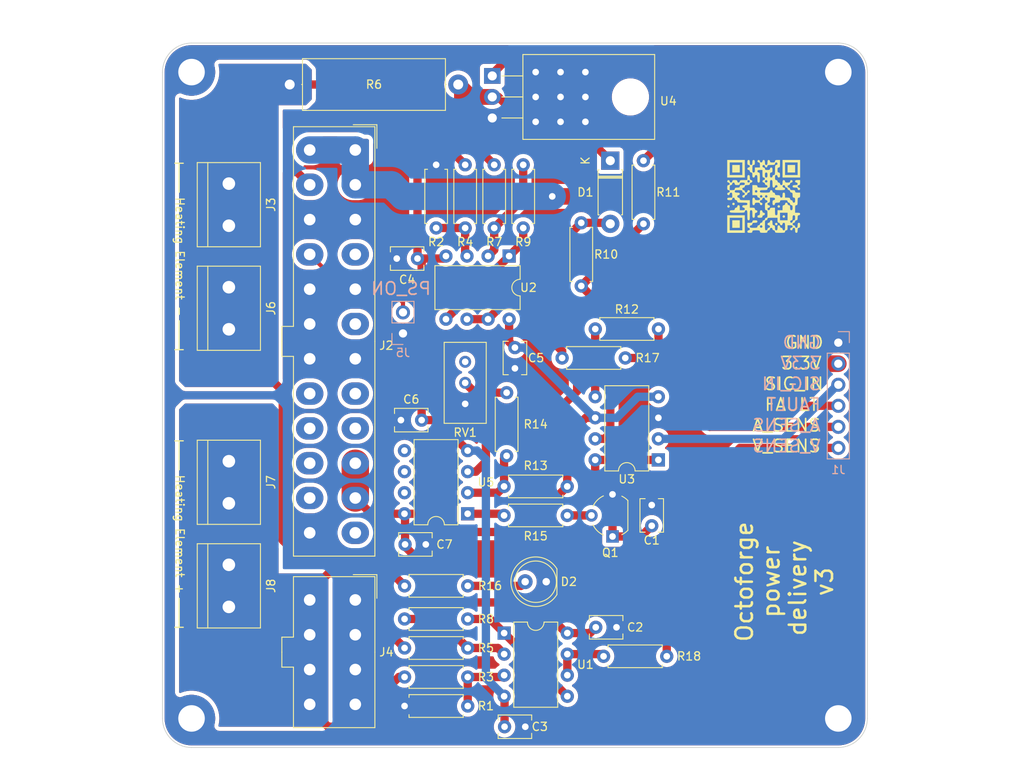
<source format=kicad_pcb>
(kicad_pcb (version 20240108) (generator "pcbnew") (generator_version "8.0")
  (layers (0 "F.Cu" signal) (31 "B.Cu" signal) (34 "B.Paste" user) (35 "F.Paste" user) (36 "B.SilkS" user "B.Silkscreen") (37 "F.SilkS" user "F.Silkscreen") (38 "B.Mask" user) (39 "F.Mask" user) (44 "Edge.Cuts" user))
  (net 0 "")
  (net 1 "Net-(Q1-B)")
  (net 2 "GND")
  (net 3 "Net-(D1-K)")
  (net 4 "Net-(D1-A)")
  (net 5 "current_sense_out")
  (net 6 "voltage_sense_out")
  (net 7 "mc_trigger")
  (net 8 "fault_signal")
  (net 9 "+3.3V")
  (net 14 "+12V")
  (net 15 "-12V")
  (net 20 "load")
  (net 21 "Net-(Q1-C)")
  (net 22 "Net-(U5A--)")
  (net 24 "Net-(D2-A)")
  (net 25 "Net-(U1A-+)")
  (net 26 "Net-(U2A-+)")
  (net 27 "Net-(U1A--)")
  (net 28 "Net-(U2A--)")
  (net 29 "Net-(U1B-+)")
  (net 30 "Net-(U2B-+)")
  (net 31 "Net-(U3-OUTA)")
  (net 32 "Net-(U4-GATE)")
  (net 33 "Net-(U3-OUTB)")
  (net 34 "Net-(R14-Pad2)")
  (net 35 "Net-(R15-Pad1)")
  (net 39 "Net-(J2-Pin_16)")
  (net 40 "Net-(U2B--)")
  (net 41 "Net-(U1B--)")
  (footprint "Connector_Molex:Molex_Mini-Fit_Jr_5566-08A_2x04_P4.20mm_Vertical" (layer "F.Cu") (at 135.25 123.2 -90)
    (property "Reference" "J4" (at 6.3 -3.75 360) (layer "F.SilkS"))
    (property "Value" "8 Pin EPS")
    (pad "1" thru_hole roundrect (at 0 0 270) (size 2.7 3.3) (drill 1.4) (layers "*.Cu" "*.Mask") (roundrect_rratio 0.092593) (net 2 "GND"))
    (pad "2" thru_hole oval (at 4.2 0 270) (size 2.7 3.3) (drill 1.4) (layers "*.Cu" "*.Mask") (net 2 "GND"))
    (pad "3" thru_hole oval (at 8.4 0 270) (size 2.7 3.3) (drill 1.4) (layers "*.Cu" "*.Mask") (net 2 "GND"))
    (pad "4" thru_hole oval (at 12.6 0 270) (size 2.7 3.3) (drill 1.4) (layers "*.Cu" "*.Mask") (net 2 "GND"))
    (pad "5" thru_hole oval (at 0 5.5 270) (size 2.7 3.3) (drill 1.4) (layers "*.Cu" "*.Mask") (net 14 "+12V"))
    (pad "6" thru_hole oval (at 4.2 5.5 270) (size 2.7 3.3) (drill 1.4) (layers "*.Cu" "*.Mask") (net 14 "+12V"))
    (pad "7" thru_hole oval (at 8.4 5.5 270) (size 2.7 3.3) (drill 1.4) (layers "*.Cu" "*.Mask") (net 14 "+12V"))
    (pad "8" thru_hole oval (at 12.6 5.5 270) (size 2.7 3.3) (drill 1.4) (layers "*.Cu" "*.Mask") (net 14 "+12V"))
  )
  (footprint "Resistor_THT:R_Axial_DIN0207_L6.3mm_D2.5mm_P7.62mm_Horizontal" (layer "F.Cu") (at 162.5 77.69 -90)
    (property "Reference" "R10" (at 3.81 -3 0) (layer "F.SilkS"))
    (property "Value" "100K")
    (pad "1" thru_hole circle (at 0 0 270) (size 1.6 1.6) (drill 0.8) (layers "*.Cu" "*.Mask") (net 4 "Net-(D1-A)"))
    (pad "2" thru_hole oval (at 7.62 0 270) (size 1.6 1.6) (drill 0.8) (layers "*.Cu" "*.Mask") (net 31 "Net-(U3-OUTA)"))
  )
  (footprint "TerminalBlock:TerminalBlock_bornier-2_P5.08mm" (layer "F.Cu") (at 120 72.96 -90)
    (property "Reference" "J3" (at 2.54 -5.08 90) (layer "F.SilkS"))
    (property "Value" "Screw_Terminal_01x02")
    (pad "1" thru_hole rect (at 0 0 270) (size 3 3) (drill 1.52) (layers "*.Cu" "*.Mask") (net 20 "load"))
    (pad "2" thru_hole circle (at 5.08 0 270) (size 3 3) (drill 1.52) (layers "*.Cu" "*.Mask") (net 20 "load"))
  )
  (footprint "Capacitor_THT:C_Disc_D3.8mm_W2.6mm_P2.50mm" (layer "F.Cu") (at 154.5 92.75 -90)
    (property "Reference" "C5" (at 1.25 -2.55 180) (layer "F.SilkS"))
    (property "Value" "200n")
    (pad "1" thru_hole circle (at 0 0 270) (size 1.6 1.6) (drill 0.8) (layers "*.Cu" "*.Mask") (net 14 "+12V"))
    (pad "2" thru_hole circle (at 2.5 0 270) (size 1.6 1.6) (drill 0.8) (layers "*.Cu" "*.Mask") (net 2 "GND"))
  )
  (footprint "TerminalBlock:TerminalBlock_bornier-2_P5.08mm" (layer "F.Cu") (at 120 106.46 -90)
    (property "Reference" "J7" (at 2.54 -5.08 90) (layer "F.SilkS"))
    (property "Value" "Screw_Terminal_01x02")
    (pad "1" thru_hole rect (at 0 0 270) (size 3 3) (drill 1.52) (layers "*.Cu" "*.Mask") (net 14 "+12V"))
    (pad "2" thru_hole circle (at 5.08 0 270) (size 3 3) (drill 1.52) (layers "*.Cu" "*.Mask") (net 14 "+12V"))
  )
  (footprint "LOGO" (layer "F.Cu") (at 184.5 74.5)
    (property "Reference" "G***" (hide yes))
    (property "Value" "LOGO" (hide yes))
  )
  (footprint "Package_DIP:DIP-8_W7.62mm" (layer "F.Cu") (at 153.2 127.2)
    (property "Reference" "U1" (at 9.8 3.8 0) (layer "F.SilkS"))
    (property "Value" "LM258AP")
    (pad "1" thru_hole rect (at 0 0) (size 1.6 1.6) (drill 0.8) (layers "*.Cu" "*.Mask") (net 29 "Net-(U1B-+)"))
    (pad "2" thru_hole oval (at 0 2.54) (size 1.6 1.6) (drill 0.8) (layers "*.Cu" "*.Mask") (net 27 "Net-(U1A--)"))
    (pad "3" thru_hole oval (at 0 5.08) (size 1.6 1.6) (drill 0.8) (layers "*.Cu" "*.Mask") (net 25 "Net-(U1A-+)"))
    (pad "4" thru_hole oval (at 0 7.62) (size 1.6 1.6) (drill 0.8) (layers "*.Cu" "*.Mask") (net 15 "-12V"))
    (pad "5" thru_hole oval (at 7.62 7.62) (size 1.6 1.6) (drill 0.8) (layers "*.Cu" "*.Mask") (net 29 "Net-(U1B-+)"))
    (pad "6" thru_hole oval (at 7.62 5.08) (size 1.6 1.6) (drill 0.8) (layers "*.Cu" "*.Mask") (net 41 "Net-(U1B--)"))
    (pad "7" thru_hole oval (at 7.62 2.54) (size 1.6 1.6) (drill 0.8) (layers "*.Cu" "*.Mask") (net 41 "Net-(U1B--)"))
    (pad "8" thru_hole oval (at 7.62 0) (size 1.6 1.6) (drill 0.8) (layers "*.Cu" "*.Mask") (net 14 "+12V"))
  )
  (footprint "Diode_THT:D_DO-41_SOD81_P7.62mm_Horizontal" (layer "F.Cu") (at 166 70.19 -90)
    (property "Reference" "D1" (at 3.81 3 0) (layer "F.SilkS"))
    (property "Value" "1N4001")
    (fp_text user "K" (at 0 3 -90) (layer "F.SilkS"))
    (pad "1" thru_hole rect (at 0 0 270) (size 2.2 2.2) (drill 1.1) (layers "*.Cu" "*.Mask") (net 3 "Net-(D1-K)"))
    (pad "2" thru_hole oval (at 7.62 0 270) (size 2.2 2.2) (drill 1.1) (layers "*.Cu" "*.Mask") (net 4 "Net-(D1-A)"))
  )
  (footprint "Resistor_THT:R_Axial_DIN0617_L17.0mm_D6.0mm_P20.32mm_Horizontal" (layer "F.Cu") (at 127.34 61)
    (property "Reference" "R6" (at 10.16 0 0) (layer "F.SilkS"))
    (property "Value" "0.0025")
    (pad "1" thru_hole circle (at 0 0) (size 2.4 2.4) (drill 1.2) (layers "*.Cu" "*.Mask") (net 20 "load"))
    (pad "2" thru_hole oval (at 20.32 0) (size 2.4 2.4) (drill 1.2) (layers "*.Cu" "*.Mask") (net 3 "Net-(D1-K)"))
  )
  (footprint "Resistor_THT:R_Axial_DIN0207_L6.3mm_D2.5mm_P7.62mm_Horizontal" (layer "F.Cu") (at 160.19 94)
    (property "Reference" "R17" (at 10.31 0 0) (layer "F.SilkS"))
    (property "Value" "1K")
    (pad "1" thru_hole circle (at 0 0) (size 1.6 1.6) (drill 0.8) (layers "*.Cu" "*.Mask") (net 40 "Net-(U2B--)"))
    (pad "2" thru_hole oval (at 7.62 0) (size 1.6 1.6) (drill 0.8) (layers "*.Cu" "*.Mask") (net 5 "current_sense_out"))
  )
  (footprint "Capacitor_THT:C_Disc_D3.8mm_W2.6mm_P2.50mm" (layer "F.Cu") (at 164.25 126.5)
    (property "Reference" "C2" (at 4.75 0 0) (layer "F.SilkS"))
    (property "Value" "200n")
    (pad "1" thru_hole circle (at 0 0) (size 1.6 1.6) (drill 0.8) (layers "*.Cu" "*.Mask") (net 14 "+12V"))
    (pad "2" thru_hole circle (at 2.5 0) (size 1.6 1.6) (drill 0.8) (layers "*.Cu" "*.Mask") (net 2 "GND"))
  )
  (footprint "Capacitor_THT:C_Disc_D3.8mm_W2.6mm_P2.50mm" (layer "F.Cu") (at 141.25 116.5)
    (property "Reference" "C7" (at 4.75 0 0) (layer "F.SilkS"))
    (property "Value" "200n")
    (pad "1" thru_hole circle (at 0 0) (size 1.6 1.6) (drill 0.8) (layers "*.Cu" "*.Mask") (net 14 "+12V"))
    (pad "2" thru_hole circle (at 2.5 0) (size 1.6 1.6) (drill 0.8) (layers "*.Cu" "*.Mask") (net 2 "GND"))
  )
  (footprint "Resistor_THT:R_Axial_DIN0207_L6.3mm_D2.5mm_P7.62mm_Horizontal" (layer "F.Cu") (at 148.5 70.69 -90)
    (property "Reference" "R4" (at 9.31 0 180) (layer "F.SilkS"))
    (property "Value" "1K")
    (pad "1" thru_hole circle (at 0 0 270) (size 1.6 1.6) (drill 0.8) (layers "*.Cu" "*.Mask") (net 20 "load"))
    (pad "2" thru_hole oval (at 7.62 0 270) (size 1.6 1.6) (drill 0.8) (layers "*.Cu" "*.Mask") (net 26 "Net-(U2A-+)"))
  )
  (footprint "Package_DIP:DIP-8_W7.62mm" (layer "F.Cu") (at 171.8 106.3 180)
    (property "Reference" "U3" (at 3.81 -2.33 0) (layer "F.SilkS"))
    (property "Value" "UCC27524P")
    (pad "1" thru_hole rect (at 0 0 180) (size 1.6 1.6) (drill 0.8) (layers "*.Cu" "*.Mask") (net 21 "Net-(Q1-C)"))
    (pad "2" thru_hole oval (at 0 2.54 180) (size 1.6 1.6) (drill 0.8) (layers "*.Cu" "*.Mask") (net 7 "mc_trigger"))
    (pad "3" thru_hole oval (at 0 5.08 180) (size 1.6 1.6) (drill 0.8) (layers "*.Cu" "*.Mask") (net 2 "GND"))
    (pad "4" thru_hole oval (at 0 7.62 180) (size 1.6 1.6) (drill 0.8) (layers "*.Cu" "*.Mask") (net 14 "+12V"))
    (pad "5" thru_hole oval (at 7.62 7.62 180) (size 1.6 1.6) (drill 0.8) (layers "*.Cu" "*.Mask") (net 33 "Net-(U3-OUTB)"))
    (pad "6" thru_hole oval (at 7.62 5.08 180) (size 1.6 1.6) (drill 0.8) (layers "*.Cu" "*.Mask") (net 14 "+12V"))
    (pad "7" thru_hole oval (at 7.62 2.54 180) (size 1.6 1.6) (drill 0.8) (layers "*.Cu" "*.Mask") (net 31 "Net-(U3-OUTA)"))
    (pad "8" thru_hole oval (at 7.62 0 180) (size 1.6 1.6) (drill 0.8) (layers "*.Cu" "*.Mask") (net 21 "Net-(Q1-C)"))
  )
  (footprint "Capacitor_THT:C_Disc_D3.8mm_W2.6mm_P2.50mm" (layer "F.Cu") (at 142.75 82 180)
    (property "Reference" "C4" (at 1.25 -2.55 0) (layer "F.SilkS"))
    (property "Value" "200n")
    (pad "1" thru_hole circle (at 0 0 180) (size 1.6 1.6) (drill 0.8) (layers "*.Cu" "*.Mask") (net 15 "-12V"))
    (pad "2" thru_hole circle (at 2.5 0 180) (size 1.6 1.6) (drill 0.8) (layers "*.Cu" "*.Mask") (net 2 "GND"))
  )
  (footprint "Potentiometer_THT:Potentiometer_Bourns_3296W_Vertical" (layer "F.Cu") (at 148.5 94.46 90)
    (property "Reference" "RV1" (at -8.54 0 180) (layer "F.SilkS"))
    (property "Value" "10K")
    (pad "1" thru_hole circle (at 0 0 90) (size 1.44 1.44) (drill 0.8) (layers "*.Cu" "*.Mask"))
    (pad "2" thru_hole circle (at -2.54 0 90) (size 1.44 1.44) (drill 0.8) (layers "*.Cu" "*.Mask") (net 34 "Net-(R14-Pad2)"))
    (pad "3" thru_hole circle (at -5.08 0 90) (size 1.44 1.44) (drill 0.8) (layers "*.Cu" "*.Mask") (net 2 "GND"))
  )
  (footprint "Package_TO_SOT_THT:TO-92_Wide" (layer "F.Cu") (at 166.27 115.54 90)
    (property "Reference" "Q1" (at -1.96 -0.27 180) (layer "F.SilkS"))
    (property "Value" "PN2222ATA")
    (pad "1" thru_hole rect (at 0 0 90) (size 1.5 1.5) (drill 0.8) (layers "*.Cu" "*.Mask") (net 21 "Net-(Q1-C)"))
    (pad "2" thru_hole circle (at 2.54 -2.54 90) (size 1.5 1.5) (drill 0.8) (layers "*.Cu" "*.Mask") (net 1 "Net-(Q1-B)"))
    (pad "3" thru_hole circle (at 5.08 0 90) (size 1.5 1.5) (drill 0.8) (layers "*.Cu" "*.Mask") (net 2 "GND"))
  )
  (footprint "Capacitor_THT:C_Disc_D3.8mm_W2.6mm_P2.50mm" (layer "F.Cu") (at 171 114.25 90)
    (property "Reference" "C1" (at -1.75 0 180) (layer "F.SilkS"))
    (property "Value" "20n")
    (pad "1" thru_hole circle (at 0 0 90) (size 1.6 1.6) (drill 0.8) (layers "*.Cu" "*.Mask") (net 21 "Net-(Q1-C)"))
    (pad "2" thru_hole circle (at 2.5 0 90) (size 1.6 1.6) (drill 0.8) (layers "*.Cu" "*.Mask") (net 2 "GND"))
  )
  (footprint "Capacitor_THT:C_Disc_D3.8mm_W2.6mm_P2.50mm" (layer "F.Cu") (at 153.25 138.5)
    (property "Reference" "C3" (at 4.25 0 0) (layer "F.SilkS"))
    (property "Value" "200n")
    (pad "1" thru_hole circle (at 0 0) (size 1.6 1.6) (drill 0.8) (layers "*.Cu" "*.Mask") (net 15 "-12V"))
    (pad "2" thru_hole circle (at 2.5 0) (size 1.6 1.6) (drill 0.8) (layers "*.Cu" "*.Mask") (net 2 "GND"))
  )
  (footprint "Resistor_THT:R_Axial_DIN0207_L6.3mm_D2.5mm_P7.62mm_Horizontal" (layer "F.Cu") (at 141.19 125.5)
    (property "Reference" "R8" (at 9.81 0 0) (layer "F.SilkS"))
    (property "Value" "1K")
    (pad "1" thru_hole circle (at 0 0) (size 1.6 1.6) (drill 0.8) (layers "*.Cu" "*.Mask") (net 27 "Net-(U1A--)"))
    (pad "2" thru_hole oval (at 7.62 0) (size 1.6 1.6) (drill 0.8) (layers "*.Cu" "*.Mask") (net 29 "Net-(U1B-+)"))
  )
  (footprint "Package_DIP:DIP-8_W7.62mm" (layer "F.Cu") (at 148.8 112.8 180)
    (property "Reference" "U5" (at -2.2 3.8 0) (layer "F.SilkS"))
    (property "Value" "LM258AP")
    (pad "1" thru_hole rect (at 0 0 180) (size 1.6 1.6) (drill 0.8) (layers "*.Cu" "*.Mask") (net 35 "Net-(R15-Pad1)"))
    (pad "2" thru_hole oval (at 0 2.54 180) (size 1.6 1.6) (drill 0.8) (layers "*.Cu" "*.Mask") (net 22 "Net-(U5A--)"))
    (pad "3" thru_hole oval (at 0 5.08 180) (size 1.6 1.6) (drill 0.8) (layers "*.Cu" "*.Mask") (net 4 "Net-(D1-A)"))
    (pad "4" thru_hole oval (at 0 7.62 180) (size 1.6 1.6) (drill 0.8) (layers "*.Cu" "*.Mask") (net 15 "-12V"))
    (pad "5" thru_hole oval (at 7.62 7.62 180) (size 1.6 1.6) (drill 0.8) (layers "*.Cu" "*.Mask"))
    (pad "6" thru_hole oval (at 7.62 5.08 180) (size 1.6 1.6) (drill 0.8) (layers "*.Cu" "*.Mask"))
    (pad "7" thru_hole oval (at 7.62 2.54 180) (size 1.6 1.6) (drill 0.8) (layers "*.Cu" "*.Mask"))
    (pad "8" thru_hole oval (at 7.62 0 180) (size 1.6 1.6) (drill 0.8) (layers "*.Cu" "*.Mask") (net 14 "+12V"))
  )
  (footprint "TerminalBlock:TerminalBlock_bornier-2_P5.08mm" (layer "F.Cu") (at 120 118.96 -90)
    (property "Reference" "J8" (at 2.54 -5.08 90) (layer "F.SilkS"))
    (property "Value" "Screw_Terminal_01x02")
    (pad "1" thru_hole rect (at 0 0 270) (size 3 3) (drill 1.52) (layers "*.Cu" "*.Mask") (net 14 "+12V"))
    (pad "2" thru_hole circle (at 5.08 0 270) (size 3 3) (drill 1.52) (layers "*.Cu" "*.Mask") (net 14 "+12V"))
  )
  (footprint "Resistor_THT:R_Axial_DIN0207_L6.3mm_D2.5mm_P7.62mm_Horizontal" (layer "F.Cu") (at 153.5 105.81 90)
    (property "Reference" "R14" (at 3.81 3.5 180) (layer "F.SilkS"))
    (property "Value" "100K")
    (pad "1" thru_hole circle (at 0 0 90) (size 1.6 1.6) (drill 0.8) (layers "*.Cu" "*.Mask") (net 22 "Net-(U5A--)"))
    (pad "2" thru_hole oval (at 7.62 0 90) (size 1.6 1.6) (drill 0.8) (layers "*.Cu" "*.Mask") (net 34 "Net-(R14-Pad2)"))
  )
  (footprint "MountingHole:MountingHole_3.2mm_M3_ISO7380_Pad" (layer "F.Cu") (at 115.5 59.5)
    (property "Reference" "H1" (hide yes))
    (property "Value" "MountingHole_Pad")
    (pad "1" thru_hole circle (at 0 0) (size 5.7 5.7) (drill 3.2) (layers "*.Cu" "*.Mask") (net 2 "GND"))
  )
  (footprint "Connector_Molex:Molex_Mini-Fit_Jr_5566-24A_2x12_P4.20mm_Vertical" (layer "F.Cu") (at 135.25 68.9 -90)
    (property "Reference" "J2" (at 23.6 -3.75 0) (layer "F.SilkS"))
    (property "Value" "24 Pin ATX")
    (pad "1" thru_hole roundrect (at 0 0 270) (size 2.7 3.3) (drill 1.4) (layers "*.Cu" "*.Mask") (roundrect_rratio 0.09259296296) (net 9 "+3.3V"))
    (pad "2" thru_hole oval (at 4.2 0 270) (size 2.7 3.3) (drill 1.4) (layers "*.Cu" "*.Mask") (net 9 "+3.3V"))
    (pad "3" thru_hole oval (at 8.4 0 270) (size 2.7 3.3) (drill 1.4) (layers "*.Cu" "*.Mask") (net 2 "GND"))
    (pad "4" thru_hole oval (at 12.6 0 270) (size 2.7 3.3) (drill 1.4) (layers "*.Cu" "*.Mask"))
    (pad "5" thru_hole oval (at 16.8 0 270) (size 2.7 3.3) (drill 1.4) (layers "*.Cu" "*.Mask") (net 2 "GND"))
    (pad "6" thru_hole oval (at 21 0 270) (size 2.7 3.3) (drill 1.4) (layers "*.Cu" "*.Mask"))
    (pad "7" thru_hole oval (at 25.2 0 270) (size 2.7 3.3) (drill 1.4) (layers "*.Cu" "*.Mask") (net 2 "GND"))
    (pad "8" thru_hole oval (at 29.4 0 270) (size 2.7 3.3) (drill 1.4) (layers "*.Cu" "*.Mask"))
    (pad "9" thru_hole oval (at 33.6 0 270) (size 2.7 3.3) (drill 1.4) (layers "*.Cu" "*.Mask"))
    (pad "10" thru_hole oval (at 37.8 0 270) (size 2.7 3.3) (drill 1.4) (layers "*.Cu" "*.Mask") (net 14 "+12V"))
    (pad "11" thru_hole oval (at 42 0 270) (size 2.7 3.3) (drill 1.4) (layers "*.Cu" "*.Mask") (net 14 "+12V"))
    (pad "12" thru_hole oval (at 46.2 0 270) (size 2.7 3.3) (drill 1.4) (layers "*.Cu" "*.Mask"))
    (pad "13" thru_hole oval (at 0 5.5 270) (size 2.7 3.3) (drill 1.4) (layers "*.Cu" "*.Mask") (net 9 "+3.3V"))
    (pad "14" thru_hole oval (at 4.2 5.5 270) (size 2.7 3.3) (drill 1.4) (layers "*.Cu" "*.Mask") (net 15 "-12V"))
    (pad "15" thru_hole oval (at 8.4 5.5 270) (size 2.7 3.3) (drill 1.4) (layers "*.Cu" "*.Mask") (net 2 "GND"))
    (pad "16" thru_hole oval (at 12.6 5.5 270) (size 2.7 3.3) (drill 1.4) (layers "*.Cu" "*.Mask") (net 39 "Net-(J2-Pin_16)"))
    (pad "17" thru_hole oval (at 16.8 5.5 270) (size 2.7 3.3) (drill 1.4) (layers "*.Cu" "*.Mask") (net 2 "GND"))
    (pad "18" thru_hole oval (at 21 5.5 270) (size 2.7 3.3) (drill 1.4) (layers "*.Cu" "*.Mask") (net 2 "GND"))
    (pad "19" thru_hole oval (at 25.2 5.5 270) (size 2.7 3.3) (drill 1.4) (layers "*.Cu" "*.Mask") (net 2 "GND"))
    (pad "20" thru_hole oval (at 29.4 5.5 270) (size 2.7 3.3) (drill 1.4) (layers "*.Cu" "*.Mask"))
    (pad "21" thru_hole oval (at 33.6 5.5 270) (size 2.7 3.3) (drill 1.4) (layers "*.Cu" "*.Mask"))
    (pad "22" thru_hole oval (at 37.8 5.5 270) (size 2.7 3.3) (drill 1.4) (layers "*.Cu" "*.Mask"))
    (pad "23" thru_hole oval (at 42 5.5 270) (size 2.7 3.3) (drill 1.4) (layers "*.Cu" "*.Mask"))
    (pad "24" thru_hole oval (at 46.2 5.5 270) (size 2.7 3.3) (drill 1.4) (layers "*.Cu" "*.Mask") (net 2 "GND"))
  )
  (footprint "MountingHole:MountingHole_3.2mm_M3_ISO7380_Pad" (layer "F.Cu") (at 193.5 137.5)
    (property "Reference" "H3" (hide yes))
    (property "Value" "MountingHole_Pad")
    (pad "1" thru_hole circle (at 0 0) (size 5.7 5.7) (drill 3.2) (layers "*.Cu" "*.Mask") (net 2 "GND"))
  )
  (footprint "Resistor_THT:R_Axial_DIN0207_L6.3mm_D2.5mm_P7.62mm_Horizontal" (layer "F.Cu") (at 155.5 70.69 -90)
    (property "Reference" "R9" (at 9.31 0 180) (layer "F.SilkS"))
    (property "Value" "4K")
    (pad "1" thru_hole circle (at 0 0 270) (size 1.6 1.6) (drill 0.8) (layers "*.Cu" "*.Mask") (net 28 "Net-(U2A--)"))
    (pad "2" thru_hole oval (at 7.62 0 270) (size 1.6 1.6) (drill 0.8) (layers "*.Cu" "*.Mask") (net 30 "Net-(U2B-+)"))
  )
  (footprint "Resistor_THT:R_Axial_DIN0207_L6.3mm_D2.5mm_P7.62mm_Horizontal" (layer "F.Cu") (at 141.19 132.5)
    (property "Reference" "R3" (at 9.81 0 0) (layer "F.SilkS"))
    (property "Value" "10K")
    (pad "1" thru_hole circle (at 0 0) (size 1.6 1.6) (drill 0.8) (layers "*.Cu" "*.Mask") (net 14 "+12V"))
    (pad "2" thru_hole oval (at 7.62 0) (size 1.6 1.6) (drill 0.8) (layers "*.Cu" "*.Mask") (net 25 "Net-(U1A-+)"))
  )
  (footprint "Package_TO_SOT_THT:TO-220-3_Horizontal_TabDown" (layer "F.Cu") (at 151.77 59.96 -90)
    (property "Reference" "U4" (at 3.04 -21.23 180) (layer "F.SilkS"))
    (property "Value" "IPP016N06NF2SAKMA1")
    (pad "" np_thru_hole oval (at 2.54 -16.66 270) (size 3.5 3.5) (drill 3.5) (layers "*.Cu" "*.Mask"))
    (pad "1" thru_hole rect (at 0 0 270) (size 1.905 2) (drill 1.1) (layers "*.Cu" "*.Mask") (net 32 "Net-(U4-GATE)"))
    (pad "2" thru_hole oval (at 2.54 0 270) (size 1.905 2) (drill 1.1) (layers "*.Cu" "*.Mask") (net 3 "Net-(D1-K)"))
    (pad "3" thru_hole oval (at 5.08 0 270) (size 1.905 2) (drill 1.1) (layers "*.Cu" "*.Mask") (net 2 "GND"))
  )
  (footprint "Package_DIP:DIP-8_W7.62mm" (layer "F.Cu") (at 153.8 81.7 -90)
    (property "Reference" "U2" (at 3.81 -2.33 180) (layer "F.SilkS"))
    (property "Value" "LM258AP")
    (pad "1" thru_hole rect (at 0 0 270) (size 1.6 1.6) (drill 0.8) (layers "*.Cu" "*.Mask") (net 30 "Net-(U2B-+)"))
    (pad "2" thru_hole oval (at 0 2.54 270) (size 1.6 1.6) (drill 0.8) (layers "*.Cu" "*.Mask") (net 28 "Net-(U2A--)"))
    (pad "3" thru_hole oval (at 0 5.08 270) (size 1.6 1.6) (drill 0.8) (layers "*.Cu" "*.Mask") (net 26 "Net-(U2A-+)"))
    (pad "4" thru_hole oval (at 0 7.62 270) (size 1.6 1.6) (drill 0.8) (layers "*.Cu" "*.Mask") (net 15 "-12V"))
    (pad "5" thru_hole oval (at 7.62 7.62 270) (size 1.6 1.6) (drill 0.8) (layers "*.Cu" "*.Mask") (net 30 "Net-(U2B-+)"))
    (pad "6" thru_hole oval (at 7.62 5.08 270) (size 1.6 1.6) (drill 0.8) (layers "*.Cu" "*.Mask") (net 40 "Net-(U2B--)"))
    (pad "7" thru_hole oval (at 7.62 2.54 270) (size 1.6 1.6) (drill 0.8) (layers "*.Cu" "*.Mask") (net 40 "Net-(U2B--)"))
    (pad "8" thru_hole oval (at 7.62 0 270) (size 1.6 1.6) (drill 0.8) (layers "*.Cu" "*.Mask") (net 14 "+12V"))
  )
  (footprint "Resistor_THT:R_Axial_DIN0207_L6.3mm_D2.5mm_P7.62mm_Horizontal" (layer "F.Cu") (at 164.19 90.5)
    (property "Reference" "R12" (at 3.81 -2.37 0) (layer "F.SilkS"))
    (property "Value" "1K")
    (pad "1" thru_hole circle (at 0 0) (size 1.6 1.6) (drill 0.8) (layers "*.Cu" "*.Mask") (net 33 "Net-(U3-OUTB)"))
    (pad "2" thru_hole oval (at 7.62 0) (size 1.6 1.6) (drill 0.8) (layers "*.Cu" "*.Mask") (net 8 "fault_signal"))
  )
  (footprint "MountingHole:MountingHole_3.2mm_M3_ISO7380_Pad" (layer "F.Cu") (at 193.5 59.5)
    (property "Reference" "H2" (hide yes))
    (property "Value" "MountingHole_Pad")
    (pad "1" thru_hole circle (at 0 0) (size 5.7 5.7) (drill 3.2) (layers "*.Cu" "*.Mask") (net 2 "GND"))
  )
  (footprint "MountingHole:MountingHole_3.2mm_M3_ISO7380_Pad" (layer "F.Cu") (at 115.5 137.5)
    (property "Reference" "H4" (hide yes))
    (property "Value" "MountingHole_Pad")
    (pad "1" thru_hole circle (at 0 0) (size 5.7 5.7) (drill 3.2) (layers "*.Cu" "*.Mask") (net 2 "GND"))
  )
  (footprint "Resistor_THT:R_Axial_DIN0207_L6.3mm_D2.5mm_P7.62mm_Horizontal" (layer "F.Cu") (at 145 70.69 -90)
    (property "Reference" "R2" (at 9.31 0 180) (layer "F.SilkS"))
    (property "Value" "4K")
    (pad "1" thru_hole circle (at 0 0 270) (size 1.6 1.6) (drill 0.8) (layers "*.Cu" "*.Mask") (net 2 "GND"))
    (pad "2" thru_hole oval (at 7.62 0 270) (size 1.6 1.6) (drill 0.8) (layers "*.Cu" "*.Mask") (net 26 "Net-(U2A-+)"))
  )
  (footprint "Resistor_THT:R_Axial_DIN0207_L6.3mm_D2.5mm_P7.62mm_Horizontal" (layer "F.Cu") (at 170 70.19 -90)
    (property "Reference" "R11" (at 3.81 -3 0) (layer "F.SilkS"))
    (property "Value" "2.7")
    (pad "1" thru_hole circle (at 0 0 270) (size 1.6 1.6) (drill 0.8) (layers "*.Cu" "*.Mask") (net 32 "Net-(U4-GATE)"))
    (pad "2" thru_hole oval (at 7.62 0 270) (size 1.6 1.6) (drill 0.8) (layers "*.Cu" "*.Mask") (net 31 "Net-(U3-OUTA)"))
  )
  (footprint "Resistor_THT:R_Axial_DIN0207_L6.3mm_D2.5mm_P7.62mm_Horizontal" (layer "F.Cu") (at 165.19 130)
    (property "Reference" "R18" (at 10.31 0 0) (layer "F.SilkS"))
    (property "Value" "1K")
    (pad "1" thru_hole circle (at 0 0) (size 1.6 1.6) (drill 0.8) (layers "*.Cu" "*.Mask") (net 41 "Net-(U1B--)"))
    (pad "2" thru_hole oval (at 7.62 0) (size 1.6 1.6) (drill 0.8) (layers "*.Cu" "*.Mask") (net 6 "voltage_sense_out"))
  )
  (footprint "Resistor_THT:R_Axial_DIN0207_L6.3mm_D2.5mm_P7.62mm_Horizontal" (layer "F.Cu") (at 160.81 109.5 180)
    (property "Reference" "R13" (at 3.81 2.5 0) (layer "F.SilkS"))
    (property "Value" "4.7K")
    (pad "1" thru_hole circle (at 0 0 180) (size 1.6 1.6) (drill 0.8) (layers "*.Cu" "*.Mask") (net 14 "+12V"))
    (pad "2" thru_hole oval (at 7.62 0 180) (size 1.6 1.6) (drill 0.8) (layers "*.Cu" "*.Mask") (net 22 "Net-(U5A--)"))
  )
  (footprint "Resistor_THT:R_Axial_DIN0207_L6.3mm_D2.5mm_P7.62mm_Horizontal" (layer "F.Cu") (at 153.19 113)
    (property "Reference" "R15" (at 3.81 2.5 0) (layer "F.SilkS"))
    (property "Value" "4.7K")
    (pad "1" thru_hole circle (at 0 0) (size 1.6 1.6) (drill 0.8) (layers "*.Cu" "*.Mask") (net 35 "Net-(R15-Pad1)"))
    (pad "2" thru_hole oval (at 7.62 0) (size 1.6 1.6) (drill 0.8) (layers "*.Cu" "*.Mask") (net 1 "Net-(Q1-B)"))
  )
  (footprint "LED_THT:LED_D5.0mm" (layer "F.Cu") (at 158.275 121 180)
    (property "Reference" "D2" (at -2.725 0 0) (layer "F.SilkS"))
    (property "Value" "LED")
    (pad "1" thru_hole rect (at 0 0 180) (size 1.8 1.8) (drill 0.9) (layers "*.Cu" "*.Mask") (net 2 "GND"))
    (pad "2" thru_hole circle (at 2.54 0 180) (size 1.8 1.8) (drill 0.9) (layers "*.Cu" "*.Mask") (net 24 "Net-(D2-A)"))
  )
  (footprint "Resistor_THT:R_Axial_DIN0207_L6.3mm_D2.5mm_P7.62mm_Horizontal" (layer "F.Cu") (at 141.19 136)
    (property "Reference" "R1" (at 9.81 0 0) (layer "F.SilkS"))
    (property "Value" "1K")
    (pad "1" thru_hole circle (at 0 0) (size 1.6 1.6) (drill 0.8) (layers "*.Cu" "*.Mask") (net 2 "GND"))
    (pad "2" thru_hole oval (at 7.62 0) (size 1.6 1.6) (drill 0.8) (layers "*.Cu" "*.Mask") (net 25 "Net-(U1A-+)"))
  )
  (footprint "Capacitor_THT:C_Disc_D3.8mm_W2.6mm_P2.50mm" (layer "F.Cu") (at 143.25 101.5 180)
    (property "Reference" "C6" (at 1.25 2.5 0) (layer "F.SilkS"))
    (property "Value" "200n")
    (pad "1" thru_hole circle (at 0 0 180) (size 1.6 1.6) (drill 0.8) (layers "*.Cu" "*.Mask") (net 15 "-12V"))
    (pad "2" thru_hole circle (at 2.5 0 180) (size 1.6 1.6) (drill 0.8) (layers "*.Cu" "*.Mask") (net 2 "GND"))
  )
  (footprint "Resistor_THT:R_Axial_DIN0207_L6.3mm_D2.5mm_P7.62mm_Horizontal" (layer "F.Cu") (at 148.81 121.5 180)
    (property "Reference" "R16" (at -2.69 0 0) (layer "F.SilkS"))
    (property "Value" "4.7K")
    (pad "1" thru_hole circle (at 0 0 180) (size 1.6 1.6) (drill 0.8) (layers "*.Cu" "*.Mask") (net 24 "Net-(D2-A)"))
    (pad "2" thru_hole oval (at 7.62 0 180) (size 1.6 1.6) (drill 0.8) (layers "*.Cu" "*.Mask") (net 14 "+12V"))
  )
  (footprint "Resistor_THT:R_Axial_DIN0207_L6.3mm_D2.5mm_P7.62mm_Horizontal" (layer "F.Cu") (at 141.19 129)
    (property "Reference" "R5" (at 9.81 0 0) (layer "F.SilkS"))
    (property "Value" "10K")
    (pad "1" thru_hole circle (at 0 0) (size 1.6 1.6) (drill 0.8) (layers "*.Cu" "*.Mask") (net 20 "load"))
    (pad "2" thru_hole oval (at 7.62 0) (size 1.6 1.6) (drill 0.8) (layers "*.Cu" "*.Mask") (net 27 "Net-(U1A--)"))
  )
  (footprint "Resistor_THT:R_Axial_DIN0207_L6.3mm_D2.5mm_P7.62mm_Horizontal" (layer "F.Cu") (at 152 70.69 -90)
    (property "Reference" "R7" (at 9.31 0 180) (layer "F.SilkS"))
    (property "Value" "1K")
    (pad "1" thru_hole circle (at 0 0 270) (size 1.6 1.6) (drill 0.8) (layers "*.Cu" "*.Mask") (net 3 "Net-(D1-K)"))
    (pad "2" thru_hole oval (at 7.62 0 270) (size 1.6 1.6) (drill 0.8) (layers "*.Cu" "*.Mask") (net 28 "Net-(U2A--)"))
  )
  (footprint "TerminalBlock:TerminalBlock_bornier-2_P5.08mm" (layer "F.Cu") (at 120 85.46 -90)
    (property "Reference" "J6" (at 2.54 -5.08 90) (layer "F.SilkS"))
    (property "Value" "Screw_Terminal_01x02")
    (pad "1" thru_hole rect (at 0 0 270) (size 3 3) (drill 1.52) (layers "*.Cu" "*.Mask") (net 20 "load"))
    (pad "2" thru_hole circle (at 5.08 0 270) (size 3 3) (drill 1.52) (layers "*.Cu" "*.Mask") (net 20 "load"))
  )
  (footprint "Connector_PinHeader_2.54mm:PinHeader_1x06_P2.54mm_Vertical" (layer "B.Cu") (at 193.5 92.15 180)
    (property "Reference" "J1" (at 0 -15.35 0) (layer "B.SilkS") (effects (justify mirror)))
    (property "Value" "Conn_01x06_Pin")
    (pad "1" thru_hole rect (at 0 0 180) (size 1.7 1.7) (drill 1) (layers "*.Cu" "*.Mask") (net 2 "GND"))
    (pad "2" thru_hole oval (at 0 -2.54 180) (size 1.7 1.7) (drill 1) (layers "*.Cu" "*.Mask") (net 9 "+3.3V"))
    (pad "3" thru_hole oval (at 0 -5.08 180) (size 1.7 1.7) (drill 1) (layers "*.Cu" "*.Mask") (net 7 "mc_trigger"))
    (pad "4" thru_hole oval (at 0 -7.62 180) (size 1.7 1.7) (drill 1) (layers "*.Cu" "*.Mask") (net 8 "fault_signal"))
    (pad "5" thru_hole oval (at 0 -10.16 180) (size 1.7 1.7) (drill 1) (layers "*.Cu" "*.Mask") (net 5 "current_sense_out"))
    (pad "6" thru_hole oval (at 0 -12.7 180) (size 1.7 1.7) (drill 1) (layers "*.Cu" "*.Mask") (net 6 "voltage_sense_out"))
  )
  (footprint "Connector_PinHeader_2.54mm:PinHeader_1x02_P2.54mm_Vertical" (layer "B.Cu") (at 141 91.04)
    (property "Reference" "J5" (at 0 2.33 0) (layer "B.SilkS") (effects (justify mirror)))
    (property "Value" "PS-ON")
    (pad "1" thru_hole rect (at 0 0) (size 1.7 1.7) (drill 1) (layers "*.Cu" "*.Mask") (net 2 "GND"))
    (pad "2" thru_hole oval (at 0 -2.54) (size 1.7 1.7) (drill 1) (layers "*.Cu" "*.Mask") (net 39 "Net-(J2-Pin_16)"))
  )
  (gr_line (start 114 123) (end 114 126.5) (stroke (width 0.15)) (layer "F.SilkS"))
  (gr_line (start 114 89.5) (end 114 93) (stroke (width 0.15)) (layer "F.SilkS"))
  (gr_line (start 114 74) (end 114 70.5) (stroke (width 0.15)) (layer "F.SilkS"))
  (gr_line (start 114 107.5) (end 114 104) (stroke (width 0.15)) (layer "F.SilkS"))
  (gr_line (start 113.5 104) (end 114.5 104) (stroke (width 0.15)) (layer "F.SilkS"))
  (gr_line (start 113.5 93) (end 114.5 93) (stroke (width 0.15)) (layer "F.SilkS"))
  (gr_line (start 113.5 70.5) (end 114.5 70.5) (stroke (width 0.15)) (layer "F.SilkS"))
  (gr_line (start 113.5 126.5) (end 114.5 126.5) (stroke (width 0.15)) (layer "F.SilkS"))
  (gr_line (start 114 70.5) (end 113.5 70.5) (stroke (width 0.15)) (layer "F.SilkS"))
  (gr_line (start 114 104) (end 113.5 104) (stroke (width 0.15)) (layer "F.SilkS"))
  (gr_line (start 114 93) (end 113.5 93) (stroke (width 0.15)) (layer "F.SilkS"))
  (gr_line (start 114 126.5) (end 113.5 126.5) (stroke (width 0.15)) (layer "F.SilkS"))
  (gr_line (start 112 137.5) (end 112 59.5) (stroke (width 0.1)) (layer "Edge.Cuts"))
  (gr_arc (start 197 137.5) (mid 195.974874 139.974874) (end 193.5 141) (stroke (width 0.1)) (layer "Edge.Cuts"))
  (gr_arc (start 115.5 141) (mid 113.025126 139.974874) (end 112 137.5) (stroke (width 0.1)) (layer "Edge.Cuts"))
  (gr_arc (start 193.5 56) (mid 195.974874 57.025126) (end 197 59.5) (stroke (width 0.1)) (layer "Edge.Cuts"))
  (gr_line (start 193.5 141) (end 115.5 141) (stroke (width 0.1)) (layer "Edge.Cuts"))
  (gr_line (start 197 59.5) (end 197 137.5) (stroke (width 0.1)) (layer "Edge.Cuts"))
  (gr_arc (start 112 59.5) (mid 113.025126 57.025126) (end 115.5 56) (stroke (width 0.1)) (layer "Edge.Cuts"))
  (gr_line (start 115.5 56) (end 193.5 56) (stroke (width 0.1)) (layer "Edge.Cuts"))
  (gr_text "PS_ON" (at 144.5 86.5 0) (layer "B.SilkS") (effects (font (size 1.5 1.5) (thickness 0.2)) (justify left bottom mirror)))
  (gr_text "SIG_IN" (at 191.5 98 0) (layer "B.SilkS") (effects (font (size 1.5 1.5) (thickness 0.2)) (justify left bottom mirror)))
  (gr_text "GND" (at 191.5 93 0) (layer "B.SilkS") (effects (font (size 1.5 1.5) (thickness 0.2)) (justify left bottom mirror)))
  (gr_text "A_SENS" (at 191.5 103 0) (layer "B.SilkS") (effects (font (size 1.5 1.5) (thickness 0.2)) (justify left bottom mirror)))
  (gr_text "FAULT" (at 191.5 100.5 0) (layer "B.SilkS") (effects (font (size 1.5 1.5) (thickness 0.2)) (justify left bottom mirror)))
  (gr_text "V_SENS" (at 191.5 105.5 0) (layer "B.SilkS") (effects (font (size 1.5 1.5) (thickness 0.2)) (justify left bottom mirror)))
  (gr_text "3.3V" (at 191.5 95.5 0) (layer "B.SilkS") (effects (font (size 1.5 1.5) (thickness 0.2)) (justify left bottom mirror)))
  (gr_text "Octoforge\npower\ndelivery \nv3" (at 193 121 90) (layer "F.SilkS") (effects (font (size 2 2) (thickness 0.3)) (justify bottom)))
  (gr_text "V_SENS" (at 183 105.5 0) (layer "F.SilkS") (effects (font (size 1.5 1.5) (thickness 0.2)) (justify left bottom)))
  (gr_text "Heating Element +" (at 113.5 108 270) (layer "F.SilkS") (effects (font (size 1 1)) (justify left bottom)))
  (gr_text "Heating Element -" (at 113.5 74.5 270) (layer "F.SilkS") (effects (font (size 1 1)) (justify left bottom)))
  (gr_text "SIG_IN" (at 184.5 98 0) (layer "F.SilkS") (effects (font (size 1.5 1.5) (thickness 0.2)) (justify left bottom)))
  (gr_text "FAULT" (at 184.5 100.5 0) (layer "F.SilkS") (effects (font (size 1.5 1.5) (thickness 0.2)) (justify left bottom)))
  (gr_text "3.3V" (at 186.5 95.5 0) (layer "F.SilkS") (effects (font (size 1.5 1.5) (thickness 0.2)) (justify left bottom)))
  (gr_text "GND" (at 187 93 0) (layer "F.SilkS") (effects (font (size 1.5 1.5) (thickness 0.2)) (justify left bottom)))
  (gr_text "A_SENS" (at 183 103 0) (layer "F.SilkS") (effects (font (size 1.5 1.5) (thickness 0.2)) (justify left bottom)))
  (segment (start 160.81 113) (end 163.73 113) (width 1) (layer "F.Cu") (net 1))
  (via (at 160 59.5) (size 1.6) (drill 0.8) (layers "F.Cu" "B.Cu") (net 2))
  (via (at 157 65.5) (size 1.6) (drill 0.8) (layers "F.Cu" "B.Cu") (net 2))
  (via (at 163 59.5) (size 1.6) (drill 0.8) (layers "F.Cu" "B.Cu") (net 2))
  (via (at 163 65.5) (size 1.6) (drill 0.8) (layers "F.Cu" "B.Cu") (net 2))
  (via (at 160 65.5) (size 1.6) (drill 0.8) (layers "F.Cu" "B.Cu") (net 2))
  (via (at 157 59.5) (size 1.6) (drill 0.8) (layers "F.Cu" "B.Cu") (net 2))
  (via (at 160 62.5) (size 1.6) (drill 0.8) (layers "F.Cu" "B.Cu") (net 2))
  (via (at 163 62.5) (size 1.6) (drill 0.8) (layers "F.Cu" "B.Cu") (net 2))
  (via (at 157 62.5) (size 1.6) (drill 0.8) (layers "F.Cu" "B.Cu") (net 2))
  (segment (start 166 70.19) (end 164.31 68.5) (width 1) (layer "F.Cu") (net 3))
  (segment (start 154.5 64.5) (end 152.5 62.5) (width 1) (layer "F.Cu") (net 3))
  (segment (start 149.16 62.5) (end 147.66 61) (width 1.905) (layer "F.Cu") (net 3))
  (segment (start 147.66 66.35) (end 147.66 64.34) (width 1) (layer "F.Cu") (net 3))
  (segment (start 152 70.69) (end 147.66 66.35) (width 1) (layer "F.Cu") (net 3))
  (segment (start 147.66 64.34) (end 147.66 61) (width 1) (layer "F.Cu") (net 3))
  (segment (start 155.5 68.5) (end 154.5 67.5) (width 1) (layer "F.Cu") (net 3))
  (segment (start 164.31 68.5) (end 155.5 68.5) (width 1) (layer "F.Cu") (net 3))
  (segment (start 151.77 62.5) (end 149.16 62.5) (width 1.905) (layer "F.Cu") (net 3))
  (segment (start 152.5 62.5) (end 151.77 62.5) (width 1) (layer "F.Cu") (net 3))
  (segment (start 154.5 67.5) (end 154.5 64.5) (width 1) (layer "F.Cu") (net 3))
  (segment (start 162.5 77.69) (end 165.88 77.69) (width 1) (layer "F.Cu") (net 4))
  (segment (start 162 89) (end 160 87) (width 1) (layer "F.Cu") (net 4))
  (segment (start 160 87) (end 160 80.19) (width 1) (layer "F.Cu") (net 4))
  (segment (start 165.88 77.69) (end 166 77.81) (width 1) (layer "F.Cu") (net 4))
  (segment (start 160 80.19) (end 162.5 77.69) (width 1) (layer "F.Cu") (net 4))
  (segment (start 149.78 107.72) (end 151 106.5) (width 1) (layer "F.Cu") (net 4))
  (segment (start 151 104.5) (end 153.5 102) (width 1) (layer "F.Cu") (net 4))
  (segment (start 151 106.5) (end 151 104.5) (width 1) (layer "F.Cu") (net 4))
  (segment (start 158 102) (end 162 98) (width 1) (layer "F.Cu") (net 4))
  (segment (start 153.5 102) (end 158 102) (width 1) (layer "F.Cu") (net 4))
  (segment (start 162 98) (end 162 89) (width 1) (layer "F.Cu") (net 4))
  (segment (start 148.8 107.72) (end 149.78 107.72) (width 1) (layer "F.Cu") (net 4))
  (segment (start 177.975585 102.31) (end 193.5 102.31) (width 1) (layer "F.Cu") (net 5))
  (segment (start 167.81 94) (end 169.665585 94) (width 1) (layer "F.Cu") (net 5))
  (segment (start 169.665585 94) (end 177.975585 102.31) (width 1) (layer "F.Cu") (net 5))
  (segment (start 172.81 122.69) (end 179.5 116) (width 1) (layer "F.Cu") (net 6))
  (segment (start 179.5 116) (end 179.5 107) (width 1) (layer "F.Cu") (net 6))
  (segment (start 181.65 104.85) (end 193.5 104.85) (width 1) (layer "F.Cu") (net 6))
  (segment (start 172.81 130) (end 172.81 122.69) (width 1) (layer "F.Cu") (net 6))
  (segment (start 179.5 107) (end 181.65 104.85) (width 1) (layer "F.Cu") (net 6))
  (segment (start 186.893704 103.76) (end 171.8 103.76) (width 1) (layer "B.Cu") (net 7))
  (segment (start 193.5 97.23) (end 193.423704 97.23) (width 1) (layer "B.Cu") (net 7))
  (segment (start 193.423704 97.23) (end 186.893704 103.76) (width 1) (layer "B.Cu") (net 7))
  (segment (start 177.797919 99.77) (end 193.5 99.77) (width 1) (layer "F.Cu") (net 8))
  (segment (start 171.81 93.782081) (end 177.797919 99.77) (width 1) (layer "F.Cu") (net 8))
  (segment (start 171.81 90.5) (end 171.81 93.782081) (width 1) (layer "F.Cu") (net 8))
  (segment (start 191.34 94.69) (end 171.15 74.5) (width 2) (layer "F.Cu") (net 9))
  (segment (start 193.5 94.69) (end 191.34 94.69) (width 2) (layer "F.Cu") (net 9))
  (segment (start 171.15 74.5) (end 159 74.5) (width 2) (layer "F.Cu") (net 9))
  (via (at 159 74.5) (size 1.6) (drill 0.8) (layers "F.Cu" "B.Cu") (net 9))
  (segment (start 135.25 73.1) (end 135.25 68.9) (width 3.3) (layer "B.Cu") (net 9))
  (segment (start 141 74.5) (end 159 74.5) (width 3.3) (layer "B.Cu") (net 9))
  (segment (start 135.25 73.1) (end 139.6 73.1) (width 3.3) (layer "B.Cu") (net 9))
  (segment (start 129.75 68.9) (end 135.25 68.9) (width 3.3) (layer "B.Cu") (net 9))
  (segment (start 139.6 73.1) (end 141 74.5) (width 3.3) (layer "B.Cu") (net 9))
  (segment (start 160.81 109.5) (end 160.81 103.45863) (width 1) (layer "F.Cu") (net 14))
  (segment (start 139 137) (end 137.5 138.5) (width 1) (layer "F.Cu") (net 14))
  (segment (start 160.82 127.2) (end 160.7 127.2) (width 1) (layer "F.Cu") (net 14))
  (segment (start 141.25 116.75) (end 141.25 116.5) (width 1) (layer "F.Cu") (net 14))
  (segment (start 139 134) (end 139 137) (width 1) (layer "F.Cu") (net 14))
  (segment (start 129.75 136.275) (end 129.75 135.8) (width 1) (layer "F.Cu") (net 14))
  (segment (start 160.81 103.45863) (end 163.04863 101.22) (width 1) (layer "F.Cu") (net 14))
  (segment (start 160.7 127.2) (end 157 123.5) (width 1) (layer "F.Cu") (net 14))
  (segment (start 141.18 112.8) (end 137.15 112.8) (width 1) (layer "F.Cu") (net 14))
  (segment (start 144.795585 115) (end 155.31 115) (width 1) (layer "F.Cu") (net 14))
  (segment (start 160.82 127.2) (end 163.55 127.2) (width 1) (layer "F.Cu") (net 14))
  (segment (start 139.69 120) (end 132 120) (width 1) (layer "F.Cu") (net 14))
  (segment (start 141.18 112.8) (end 142.595585 112.8) (width 1) (layer "F.Cu") (net 14))
  (segment (start 141.19 132.5) (end 140.5 132.5) (width 1) (layer "F.Cu") (net 14))
  (segment (start 155.31 115) (end 160.81 109.5) (width 1) (layer "F.Cu") (net 14))
  (segment (start 157 123.5) (end 148 123.5) (width 1) (layer "F.Cu") (net 14))
  (segment (start 148 123.5) (end 141.25 116.75) (width 1) (layer "F.Cu") (net 14))
  (segment (start 132 120) (end 129.75 122.25) (width 1) (layer "F.Cu") (net 14))
  (segment (start 153.8 92.05) (end 154.5 92.75) (width 1) (layer "F.Cu") (net 14))
  (segment (start 141.25 112.87) (end 141.18 112.8) (width 1) (layer "F.Cu") (net 14))
  (segment (start 137.15 112.8) (end 135.25 110.9) (width 1) (layer "F.Cu") (net 14))
  (segment (start 135.25 110.9) (end 135.25 106.7) (width 3.3) (layer "F.Cu") (net 14))
  (segment (start 141.25 116.5) (end 141.25 112.87) (width 1) (layer "F.Cu") (net 14))
  (segment (start 141.19 121.5) (end 139.69 120) (width 1) (layer "F.Cu") (net 14))
  (segment (start 131.975 138.5) (end 129.75 136.275) (width 1) (layer "F.Cu") (net 14))
  (segment (start 129.75 122.25) (end 129.75 123.2) (width 1) (layer "F.Cu") (net 14))
  (segment (start 140.5 132.5) (end 139 134) (width 1) (layer "F.Cu") (net 14))
  (segment (start 163.55 127.2) (end 164.25 126.5) (width 1) (layer "F.Cu") (net 14))
  (segment (start 163.04863 101.22) (end 164.18 101.22) (width 1) (layer "F.Cu") (net 14))
  (segment (start 153.8 89.32) (end 153.8 92.05) (width 1) (layer "F.Cu") (net 14))
  (segment (start 137.5 138.5) (end 131.975 138.5) (width 1) (layer "F.Cu") (net 14))
  (segment (start 142.595585 112.8) (end 144.795585 115) (width 1) (layer "F.Cu") (net 14))
  (segment (start 164.18 101.22) (end 166.78 101.22) (width 1) (layer "B.Cu") (net 14))
  (segment (start 166.78 101.22) (end 169.32 98.68) (width 1) (layer "B.Cu") (net 14))
  (segment (start 155.63137 92.75) (end 164.10137 101.22) (width 1) (layer "B.Cu") (net 14))
  (segment (start 154.5 92.75) (end 155.63137 92.75) (width 1) (layer "B.Cu") (net 14))
  (segment (start 164.10137 101.22) (end 164.18 101.22) (width 1) (layer "B.Cu") (net 14))
  (segment (start 169.32 98.68) (end 171.8 98.68) (width 1) (layer "B.Cu") (net 14))
  (segment (start 145.12 101.5) (end 148.8 105.18) (width 1) (layer "F.Cu") (net 15))
  (segment (start 137.25 66.25) (end 142.75 71.75) (width 1) (layer "F.Cu") (net 15))
  (segment (start 153.25 134.87) (end 153.2 134.82) (width 1) (layer "F.Cu") (net 15))
  (segment (start 143.25 82.5) (end 142.75 82) (width 1) (layer "F.Cu") (net 15))
  (segment (start 142.75 82) (end 145.88 82) (width 1) (layer "F.Cu") (net 15))
  (segment (start 128.25 66.25) (end 137.25 66.25) (width 1) (layer "F.Cu") (net 15))
  (segment (start 143.25 101.5) (end 143.25 82.5) (width 1) (layer "F.Cu") (net 15))
  (segment (start 127.1 70.45) (end 127.1 67.4) (width 1) (layer "F.Cu") (net 15))
  (segment (start 145.88 82) (end 146.18 81.7) (width 1) (layer "F.Cu") (net 15))
  (segment (start 143.25 101.5) (end 145.12 101.5) (width 1) (layer "F.Cu") (net 15))
  (segment (start 129.75 73.1) (end 127.1 70.45) (width 1) (layer "F.Cu") (net 15))
  (segment (start 142.75 71.75) (end 142.75 82) (width 1) (layer "F.Cu") (net 15))
  (segment (start 153.25 138.5) (end 153.25 134.87) (width 1) (layer "F.Cu") (net 15))
  (segment (start 127.1 67.4) (end 128.25 66.25) (width 1) (layer "F.Cu") (net 15))
  (segment (start 148.8 105.18) (end 149.93137 105.18) (width 1) (layer "B.Cu") (net 15))
  (segment (start 149.93137 105.18) (end 151 106.24863) (width 1) (layer "B.Cu") (net 15))
  (segment (start 151 132.625585) (end 153.194415 134.82) (width 1) (layer "B.Cu") (net 15))
  (segment (start 151 106.24863) (end 151 132.625585) (width 1) (layer "B.Cu") (net 15))
  (segment (start 153.194415 134.82) (end 153.2 134.82) (width 1) (layer "B.Cu") (net 15))
  (segment (start 128.5 118) (end 140.235585 118) (width 1) (layer "F.Cu") (net 20))
  (segment (start 138.81 61) (end 148.5 70.69) (width 1) (layer "F.Cu") (net 20))
  (segment (start 127.34 61) (end 138.81 61) (width 1) (layer "F.Cu") (net 20))
  (segment (start 120 91.5) (end 126.5 98) (width 1) (layer "F.Cu") (net 20))
  (segment (start 139 126.81) (end 141.19 129) (width 1) (layer "F.Cu") (net 20))
  (segment (start 143 122.5) (end 142 123.5) (width 1) (layer "F.Cu") (net 20))
  (segment (start 120 90.54) (end 120 91.5) (width 1) (layer "F.Cu") (net 20))
  (segment (start 142 123.5) (end 140 123.5) (width 1) (layer "F.Cu") (net 20))
  (segment (start 126.5 98) (end 126.5 116) (width 1) (layer "F.Cu") (net 20))
  (segment (start 140.235585 118) (end 143 120.764415) (width 1) (layer "F.Cu") (net 20))
  (segment (start 140 123.5) (end 139 124.5) (width 1) (layer "F.Cu") (net 20))
  (segment (start 126.5 116) (end 128.5 118) (width 1) (layer "F.Cu") (net 20))
  (segment (start 143 120.764415) (end 143 122.5) (width 1) (layer "F.Cu") (net 20))
  (segment (start 139 124.5) (end 139 126.81) (width 1) (layer "F.Cu") (net 20))
  (segment (start 164.18 110.975126) (end 166.27 113.065126) (width 1) (layer "F.Cu") (net 21))
  (segment (start 166.27 113.065126) (end 166.27 115.54) (width 1) (layer "F.Cu") (net 21))
  (segment (start 164.18 106.3) (end 171.8 106.3) (width 1) (layer "F.Cu") (net 21))
  (segment (start 166.27 115.54) (end 169.71 115.54) (width 1) (layer "F.Cu") (net 21))
  (segment (start 164.18 106.3) (end 164.18 110.975126) (width 1) (layer "F.Cu") (net 21))
  (segment (start 169.71 115.54) (end 171 114.25) (width 1) (layer "F.Cu") (net 21))
  (segment (start 152.43 110.26) (end 153.19 109.5) (width 1) (layer "F.Cu") (net 22))
  (segment (start 153.19 106.12) (end 153.5 105.81) (width 1) (layer "F.Cu") (net 22))
  (segment (start 148.8 110.26) (end 152.43 110.26) (width 1) (layer "F.Cu") (net 22))
  (segment (start 153.19 109.5) (end 153.19 106.12) (width 1) (layer "F.Cu") (net 22))
  (segment (start 155.235 121.5) (end 155.735 121) (width 1) (layer "F.Cu") (net 24))
  (segment (start 148.81 121.5) (end 155.235 121.5) (width 1) (layer "F.Cu") (net 24))
  (segment (start 152.98 132.5) (end 153.2 132.28) (width 1) (layer "F.Cu") (net 25))
  (segment (start 148.81 136) (end 148.81 132.5) (width 1) (layer "F.Cu") (net 25))
  (segment (start 148.81 132.5) (end 152.98 132.5) (width 1) (layer "F.Cu") (net 25))
  (segment (start 148.5 78.31) (end 148.5 81.48) (width 1) (layer "F.Cu") (net 26))
  (segment (start 148.5 81.48) (end 148.72 81.7) (width 1) (layer "F.Cu") (net 26))
  (segment (start 145 78.31) (end 148.5 78.31) (width 1) (layer "F.Cu") (net 26))
  (segment (start 145.31 125.5) (end 148.81 129) (width 1) (layer "F.Cu") (net 27))
  (segment (start 152.46 129) (end 153.2 129.74) (width 1) (layer "F.Cu") (net 27))
  (segment (start 148.81 129) (end 152.46 129) (width 1) (layer "F.Cu") (net 27))
  (segment (start 141.19 125.5) (end 145.31 125.5) (width 1) (layer "F.Cu") (net 27))
  (segment (start 155.5 74.81) (end 152 78.31) (width 1) (layer "F.Cu") (net 28))
  (segment (start 155.5 70.69) (end 155.5 74.81) (width 1) (layer "F.Cu") (net 28))
  (segment (start 152 80.96) (end 151.26 81.7) (width 1) (layer "F.Cu") (net 28))
  (segment (start 152 78.31) (end 152 80.96) (width 1) (layer "F.Cu") (net 28))
  (segment (start 159.02 133.014415) (end 159.02 133.025585) (width 1) (layer "F.Cu") (net 29))
  (segment (start 159.02 133.025585) (end 160.814415 134.82) (width 1) (layer "F.Cu") (net 29))
  (segment (start 153.2 127.2) (end 153.205585 127.2) (width 1) (layer "F.Cu") (net 29))
  (segment (start 148.81 125.5) (end 151.5 125.5) (width 1) (layer "F.Cu") (net 29))
  (segment (start 153.205585 127.2) (end 159.02 133.014415) (width 1) (layer "F.Cu") (net 29))
  (segment (start 160.814415 134.82) (end 160.82 134.82) (width 1) (layer "F.Cu") (net 29))
  (segment (start 151.5 125.5) (end 153.2 127.2) (width 1) (layer "F.Cu") (net 29))
  (segment (start 146.18 89.314415) (end 146.18 89.32) (width 1) (layer "F.Cu") (net 30))
  (segment (start 155.5 80) (end 153.8 81.7) (width 1) (layer "F.Cu") (net 30))
  (segment (start 147.974415 87.52) (end 146.18 89.314415) (width 1) (layer "F.Cu") (net 30))
  (segment (start 155.5 78.31) (end 155.5 80) (width 1) (layer "F.Cu") (net 30))
  (segment (start 153.8 81.705585) (end 147.985585 87.52) (width 1) (layer "F.Cu") (net 30))
  (segment (start 153.8 81.7) (end 153.8 81.705585) (width 1) (layer "F.Cu") (net 30))
  (segment (start 147.985585 87.52) (end 147.974415 87.52) (width 1) (layer "F.Cu") (net 30))
  (segment (start 162.5 85.31) (end 170 77.81) (width 1) (layer "F.Cu") (net 31))
  (segment (start 164.18 103.76) (end 165.31137 103.76) (width 1) (layer "F.Cu") (net 31))
  (segment (start 165.31137 103.76) (end 166 103.07137) (width 1) (layer "F.Cu") (net 31))
  (segment (start 166 103.07137) (end 166 88.81) (width 1) (layer "F.Cu") (net 31))
  (segment (start 166 88.81) (end 162.5 85.31) (width 1) (layer "F.Cu") (net 31))
  (segment (start 171 57.5) (end 172 58.5) (width 1) (layer "F.Cu") (net 32))
  (segment (start 154 57.5) (end 171 57.5) (width 1) (layer "F.Cu") (net 32))
  (segment (start 172 58.5) (end 172 68.19) (width 1) (layer "F.Cu") (net 32))
  (segment (start 170 70.19) (end 169.69 70.19) (width 1) (layer "F.Cu") (net 32))
  (segment (start 151.77 59.96) (end 151.77 59.73) (width 1) (layer "F.Cu") (net 32))
  (segment (start 151.77 59.73) (end 154 57.5) (width 1) (layer "F.Cu") (net 32))
  (segment (start 172 68.19) (end 170 70.19) (width 1) (layer "F.Cu") (net 32))
  (segment (start 164.18 98.68) (end 164.18 90.51) (width 1) (layer "F.Cu") (net 33))
  (segment (start 164.18 90.51) (end 164.19 90.5) (width 1) (layer "F.Cu") (net 33))
  (segment (start 149.69 98.19) (end 148.5 97) (width 1) (layer "F.Cu") (net 34))
  (segment (start 153.5 98.19) (end 149.69 98.19) (width 1) (layer "F.Cu") (net 34))
  (segment (start 148.8 112.8) (end 152.99 112.8) (width 1) (layer "F.Cu") (net 35))
  (segment (start 152.99 112.8) (end 153.19 113) (width 1) (layer "F.Cu") (net 35))
  (segment (start 137.302081 83.6) (end 141 87.297919) (width 0.5) (layer "F.Cu") (net 39))
  (segment (start 131.85 83.6) (end 137.302081 83.6) (width 0.5) (layer "F.Cu") (net 39))
  (segment (start 129.75 81.5) (end 131.85 83.6) (width 0.5) (layer "F.Cu") (net 39))
  (segment (start 141 87.297919) (end 141 88.5) (width 0.5) (layer "F.Cu") (net 39))
  (segment (start 153.054415 87.52) (end 154.545585 87.52) (width 1) (layer "F.Cu") (net 40))
  (segment (start 160.19 93.164415) (end 160.19 94) (width 1) (layer "F.Cu") (net 40))
  (segment (start 151.31 89.37) (end 151.26 89.32) (width 1) (layer "F.Cu") (net 40))
  (segment (start 151.26 89.32) (end 151.26 89.314415) (width 1) (layer "F.Cu") (net 40))
  (segment (start 151.26 89.314415) (end 153.054415 87.52) (width 1) (layer "F.Cu") (net 40))
  (segment (start 148.72 89.32) (end 151.26 89.32) (width 1) (layer "F.Cu") (net 40))
  (segment (start 154.545585 87.52) (end 160.19 93.164415) (width 1) (layer "F.Cu") (net 40))
  (segment (start 160.82 132.28) (end 160.82 129.74) (width 1) (layer "F.Cu") (net 41))
  (segment (start 160.82 129.74) (end 164.93 129.74) (width 1) (layer "F.Cu") (net 41))
  (segment (start 164.93 129.74) (end 165.19 130) (width 1) (layer "F.Cu") (net 41))
  (zone (net 2) (net_name "GND") (layers "F&B.Cu") (connect_pads yes (clearance 0.5)) (min_thickness 0.3) (fill yes (thermal_gap 0.5) (thermal_bridge_width 1.5))
    (polygon (pts (xy 92.4 50.8) (xy 215.9 50.8) (xy 215.9 144.78) (xy 92.4 144.78)))
  )
  (zone (net 20) (net_name "load") (layers "F&B.Cu") (priority 3) (connect_pads yes (clearance 0.5)) (min_thickness 0.25) (fill yes (thermal_gap 0.5) (thermal_bridge_width 2) (smoothing chamfer) (radius 0.7))
    (polygon (pts (xy 114 58.5) (xy 114 97.5) (xy 126 97.5) (xy 126 63.5) (xy 130 63.5) (xy 130 58.5)))
  )
  (zone (net 14) (net_name "+12V") (layers "F&B.Cu") (priority 1) (connect_pads yes (clearance 0.5)) (min_thickness 0.25) (fill yes (thermal_gap 0.5) (thermal_bridge_width 2) (smoothing chamfer) (radius 0.7))
    (polygon (pts (xy 114 99.5) (xy 126 99.5) (xy 126 120) (xy 132 120) (xy 132 138.5) (xy 114 138.5)))
  )
)
</source>
